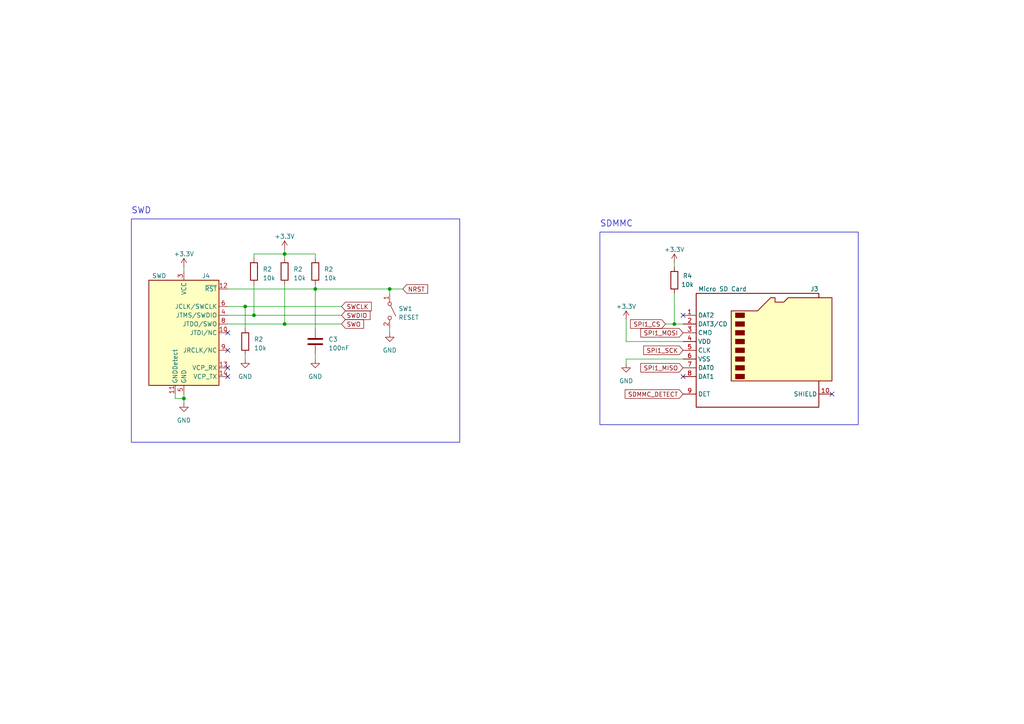
<source format=kicad_sch>
(kicad_sch (version 20230121) (generator eeschema)
  (paper "A4")
  (lib_symbols
    (symbol "Connector:Conn_ST_STDC14"
      (property "Reference" "J" (at -8.89 16.51 0))
      (property "Value" "Conn_ST_STDC14" (at 17.78 16.51 0))
      (symbol "Conn_ST_STDC14_0_1"
        (rectangle (start -10.16 15.24) (end 10.16 -15.24) (stroke (width 0.254)) (fill (type background)))
      )
      (symbol "Conn_ST_STDC14_1_1"
        (pin no_connect line (at -10.16 5.08 0) (length 2.54) hide (name "NC") (number "1"))
        (pin output line (at 12.7 0 180) (length 2.54) (name "JTDI/NC") (number "10"))
        (pin passive line (at -2.54 -17.78 90) (length 2.54) (name "GNDDetect") (number "11"))
        (pin open_collector line (at 12.7 12.7 180) (length 2.54) (name "~{RST}") (number "12"))
        (pin output line (at 12.7 -10.16 180) (length 2.54) (name "VCP_RX") (number "13"))
        (pin input line (at 12.7 -12.7 180) (length 2.54) (name "VCP_TX") (number "14"))
        (pin no_connect line (at -10.16 2.54 0) (length 2.54) hide (name "NC") (number "2"))
        (pin power_in line (at 0 17.78 270) (length 2.54) (name "VCC") (number "3"))
        (pin bidirectional line (at 12.7 5.08 180) (length 2.54) (name "JTMS/SWDIO") (number "4"))
        (pin power_in line (at 0 -17.78 90) (length 2.54) (name "GND") (number "5"))
        (pin output line (at 12.7 7.62 180) (length 2.54) (name "JCLK/SWCLK") (number "6"))
        (pin passive line (at 0 -17.78 90) (length 2.54) hide (name "GND") (number "7"))
        (pin input line (at 12.7 2.54 180) (length 2.54) (name "JTDO/SWO") (number "8"))
        (pin input line (at 12.7 -5.08 180) (length 2.54) (name "JRCLK/NC") (number "9"))
      )
    )
    (symbol "Connector:Micro_SD_Card_Det1"
      (property "Reference" "J" (at -16.51 17.78 0))
      (property "Value" "Micro_SD_Card_Det1" (at 16.51 17.78 0))
      (symbol "Micro_SD_Card_Det1_0_1"
        (rectangle (start -7.62 -6.985) (end -5.08 -8.255) (stroke (width 0.254)) (fill (type outline)))
        (rectangle (start -7.62 -4.445) (end -5.08 -5.715) (stroke (width 0.254)) (fill (type outline)))
        (rectangle (start -7.62 -1.905) (end -5.08 -3.175) (stroke (width 0.254)) (fill (type outline)))
        (rectangle (start -7.62 0.635) (end -5.08 -0.635) (stroke (width 0.254)) (fill (type outline)))
        (rectangle (start -7.62 3.175) (end -5.08 1.905) (stroke (width 0.254)) (fill (type outline)))
        (rectangle (start -7.62 5.715) (end -5.08 4.445) (stroke (width 0.254)) (fill (type outline)))
        (rectangle (start -7.62 8.255) (end -5.08 6.985) (stroke (width 0.254)) (fill (type outline)))
        (rectangle (start -7.62 10.795) (end -5.08 9.525) (stroke (width 0.254)) (fill (type outline)))
        (polyline (pts (xy 16.51 15.24) (xy 16.51 16.51) (xy -19.05 16.51) (xy -19.05 -16.51) (xy 16.51 -16.51) (xy 16.51 -8.89)) (stroke (width 0.254)))
        (polyline (pts (xy -8.89 -8.89) (xy -8.89 11.43) (xy -1.27 11.43) (xy 2.54 15.24) (xy 3.81 15.24) (xy 3.81 13.97) (xy 6.35 13.97) (xy 7.62 15.24) (xy 20.32 15.24) (xy 20.32 -8.89) (xy -8.89 -8.89)) (stroke (width 0.254)) (fill (type background)))
      )
      (symbol "Micro_SD_Card_Det1_1_1"
        (pin bidirectional line (at -22.86 10.16 0) (length 3.81) (name "DAT2") (number "1"))
        (pin passive line (at 20.32 -12.7 180) (length 3.81) (name "SHIELD") (number "10"))
        (pin bidirectional line (at -22.86 7.62 0) (length 3.81) (name "DAT3/CD") (number "2"))
        (pin input line (at -22.86 5.08 0) (length 3.81) (name "CMD") (number "3"))
        (pin power_in line (at -22.86 2.54 0) (length 3.81) (name "VDD") (number "4"))
        (pin input line (at -22.86 0 0) (length 3.81) (name "CLK") (number "5"))
        (pin power_in line (at -22.86 -2.54 0) (length 3.81) (name "VSS") (number "6"))
        (pin bidirectional line (at -22.86 -5.08 0) (length 3.81) (name "DAT0") (number "7"))
        (pin bidirectional line (at -22.86 -7.62 0) (length 3.81) (name "DAT1") (number "8"))
        (pin passive line (at -22.86 -12.7 0) (length 3.81) (name "DET") (number "9"))
      )
    )
    (symbol "Device:C" (pin_numbers hide) (pin_names (offset 0.254))
      (property "Reference" "C" (at 0.635 2.54 0))
      (property "Value" "C" (at 0.635 -2.54 0))
      (symbol "C_0_1"
        (polyline (pts (xy -2.032 -0.762) (xy 2.032 -0.762)) (stroke (width 0.508)))
        (polyline (pts (xy -2.032 0.762) (xy 2.032 0.762)) (stroke (width 0.508)))
      )
      (symbol "C_1_1"
        (pin passive line (at 0 3.81 270) (length 2.794) (name "~") (number "1"))
        (pin passive line (at 0 -3.81 90) (length 2.794) (name "~") (number "2"))
      )
    )
    (symbol "Device:R" (pin_numbers hide) (pin_names (offset 0))
      (property "Reference" "R" (at 2.032 0 90))
      (property "Value" "R" (at 0 0 90))
      (symbol "R_0_1"
        (rectangle (start -1.016 -2.54) (end 1.016 2.54) (stroke (width 0.254)))
      )
      (symbol "R_1_1"
        (pin passive line (at 0 3.81 270) (length 1.27) (name "~") (number "1"))
        (pin passive line (at 0 -3.81 90) (length 1.27) (name "~") (number "2"))
      )
    )
    (symbol "Switch:SW_SPST" (pin_names (offset 0) hide)
      (property "Reference" "SW" (at 0 3.175 0))
      (property "Value" "SW_SPST" (at 0 -2.54 0))
      (symbol "SW_SPST_0_0"
        (circle (center -2.032 0) (radius 0.508))
        (polyline (pts (xy -1.524 0.254) (xy 1.524 1.778)))
        (circle (center 2.032 0) (radius 0.508))
      )
      (symbol "SW_SPST_1_1"
        (pin passive line (at -5.08 0 0) (length 2.54) (name "A") (number "1"))
        (pin passive line (at 5.08 0 180) (length 2.54) (name "B") (number "2"))
      )
    )
    (symbol "power:+3.3V" (power) (pin_names (offset 0))
      (property "Value" "+3.3V" (at 0 3.556 0))
      (symbol "+3.3V_0_1"
        (polyline (pts (xy -0.762 1.27) (xy 0 2.54)))
        (polyline (pts (xy 0 0) (xy 0 2.54)))
        (polyline (pts (xy 0 2.54) (xy 0.762 1.27)))
      )
      (symbol "+3.3V_1_1"
        (pin power_in line (at 0 0 90) (length 0) hide (name "+3.3V") (number "1"))
      )
    )
    (symbol "power:GND" (power) (pin_names (offset 0))
      (property "Value" "GND" (at 0 -3.81 0))
      (symbol "GND_0_1"
        (polyline (pts (xy 0 0) (xy 0 -1.27) (xy 1.27 -1.27) (xy 0 -2.54) (xy -1.27 -1.27) (xy 0 -1.27)))
      )
      (symbol "GND_1_1"
        (pin power_in line (at 0 0 270) (length 0) hide (name "GND") (number "1"))
      )
    )
  )
  (junction (at 82.55 93.98))
  (junction (at 113.03 83.82))
  (junction (at 53.34 115.57))
  (junction (at 73.66 91.44))
  (junction (at 71.12 88.9))
  (junction (at 82.55 73.66))
  (junction (at 195.58 93.98))
  (junction (at 91.44 83.82))
  (no_connect (at 66.04 96.52))
  (no_connect (at 198.12 109.22))
  (no_connect (at 66.04 106.68))
  (no_connect (at 198.12 91.44))
  (no_connect (at 241.3 114.3))
  (no_connect (at 66.04 109.22))
  (no_connect (at 66.04 101.6))
  (wire (pts (xy 82.55 93.98) (xy 66.04 93.98)))
  (wire (pts (xy 73.66 73.66) (xy 82.55 73.66)))
  (wire (pts (xy 91.44 83.82) (xy 113.03 83.82)))
  (wire (pts (xy 181.61 104.14) (xy 181.61 105.41)))
  (wire (pts (xy 71.12 88.9) (xy 71.12 95.25)))
  (wire (pts (xy 50.8 115.57) (xy 53.34 115.57)))
  (wire (pts (xy 91.44 82.55) (xy 91.44 83.82)))
  (wire (pts (xy 195.58 85.09) (xy 195.58 93.98)))
  (wire (pts (xy 82.55 73.66) (xy 82.55 74.93)))
  (wire (pts (xy 73.66 73.66) (xy 73.66 74.93)))
  (wire (pts (xy 71.12 88.9) (xy 99.06 88.9)))
  (wire (pts (xy 91.44 83.82) (xy 91.44 95.25)))
  (wire (pts (xy 82.55 72.39) (xy 82.55 73.66)))
  (wire (pts (xy 53.34 115.57) (xy 53.34 116.84)))
  (wire (pts (xy 82.55 93.98) (xy 99.06 93.98)))
  (wire (pts (xy 53.34 77.47) (xy 53.34 78.74)))
  (wire (pts (xy 91.44 74.93) (xy 91.44 73.66)))
  (wire (pts (xy 66.04 88.9) (xy 71.12 88.9)))
  (wire (pts (xy 195.58 93.98) (xy 198.12 93.98)))
  (wire (pts (xy 195.58 76.2) (xy 195.58 77.47)))
  (wire (pts (xy 73.66 91.44) (xy 66.04 91.44)))
  (wire (pts (xy 73.66 91.44) (xy 99.06 91.44)))
  (wire (pts (xy 181.61 99.06) (xy 198.12 99.06)))
  (wire (pts (xy 198.12 104.14) (xy 181.61 104.14)))
  (wire (pts (xy 66.04 83.82) (xy 91.44 83.82)))
  (wire (pts (xy 113.03 83.82) (xy 116.84 83.82)))
  (wire (pts (xy 113.03 95.25) (xy 113.03 96.52)))
  (wire (pts (xy 82.55 82.55) (xy 82.55 93.98)))
  (wire (pts (xy 91.44 102.87) (xy 91.44 104.14)))
  (wire (pts (xy 73.66 82.55) (xy 73.66 91.44)))
  (wire (pts (xy 193.04 93.98) (xy 195.58 93.98)))
  (wire (pts (xy 71.12 102.87) (xy 71.12 104.14)))
  (wire (pts (xy 181.61 92.71) (xy 181.61 99.06)))
  (wire (pts (xy 50.8 114.3) (xy 50.8 115.57)))
  (wire (pts (xy 53.34 114.3) (xy 53.34 115.57)))
  (wire (pts (xy 91.44 73.66) (xy 82.55 73.66)))
  (wire (pts (xy 113.03 83.82) (xy 113.03 85.09)))
  (rectangle (start 173.99 67.31) (end 248.92 123.19))
  (rectangle (start 38.1 63.5) (end 133.35 128.27))
  (text "SWD" (at 38.1 62.23 0) (effects (font (size 1.8 1.8)) (justify left bottom)))
  (text "SDMMC" (at 173.99 66.04 0) (effects (font (size 1.8 1.8)) (justify left bottom)))
  (global_label "SPI1_MOSI" (shape input) (at 198.12 96.52 180) (property "Intersheetrefs" "${INTERSHEET_REFS}" (effects hide)))
  (global_label "SPI1_CS" (shape input) (at 193.04 93.98 180) (property "Intersheetrefs" "${INTERSHEET_REFS}" (effects hide)))
  (global_label "SPI1_SCK" (shape input) (at 198.12 101.6 180) (property "Intersheetrefs" "${INTERSHEET_REFS}" (effects hide)))
  (global_label "SDMMC_DETECT" (shape input) (at 198.12 114.3 180) (property "Intersheetrefs" "${INTERSHEET_REFS}" (effects hide)))
  (global_label "SWCLK" (shape input) (at 99.06 88.9 0) (property "Intersheetrefs" "${INTERSHEET_REFS}" (effects hide)))
  (global_label "SWDIO" (shape input) (at 99.06 91.44 0) (property "Intersheetrefs" "${INTERSHEET_REFS}" (effects hide)))
  (global_label "SPI1_MISO" (shape input) (at 198.12 106.68 180) (property "Intersheetrefs" "${INTERSHEET_REFS}" (effects hide)))
  (global_label "SWO" (shape input) (at 99.06 93.98 0) (property "Intersheetrefs" "${INTERSHEET_REFS}" (effects hide)))
  (global_label "NRST" (shape input) (at 116.84 83.82 0) (property "Intersheetrefs" "${INTERSHEET_REFS}" (effects hide)))
  (symbol (lib_id "power:+3.3V") (at 82.55 72.39 0) (unit 1)
    (property "Reference" "#PWR012" (effects hide))
    (property "Value" "+3.3V" (at 82.55 68.58 0))
    (instances (project "schematics" (path "" (reference "#PWR012") (unit 1)) (path "" (reference "#PWR019") (unit 1))))
  )
  (symbol (lib_id "power:GND") (at 91.44 104.14 0) (unit 1)
    (property "Reference" "#PWR013" (effects hide))
    (property "Value" "GND" (at 91.44 109.22 0))
    (instances (project "schematics" (path "" (reference "#PWR013") (unit 1)) (path "" (reference "#PWR020") (unit 1))))
  )
  (symbol (lib_id "Device:R") (at 82.55 78.74 0) (unit 1)
    (property "Reference" "R2" (at 85.09 78.105 0) (effects (justify left)))
    (property "Value" "10k" (at 85.09 80.645 0) (effects (justify left)))
    (property "Footprint" "Resistor_SMD:R_0603_1608Metric" (effects hide))
    (instances (project "schematics" (path "" (reference "R2") (unit 1)) (path "" (reference "R9") (unit 1))))
  )
  (symbol (lib_id "Connector:Micro_SD_Card_Det1") (at 220.98 101.6 0) (unit 1)
    (property "Reference" "J3" (at 236.22 83.82 0))
    (property "Value" "Micro SD Card" (at 209.55 83.82 0))
    (property "Footprint" "Custom:Micro_SD_Card_Det1" (effects hide))
    (property "Datasheet" "https://datasheet.lcsc.com/lcsc/2110151630_XKB-Connectivity-XKTF-015-N_C381082.pdf" (effects hide))
  )
  (symbol (lib_id "power:+3.3V") (at 195.58 76.2 0) (unit 1)
    (property "Reference" "#PWR020" (effects hide))
    (property "Value" "+3.3V" (at 195.58 72.39 0))
    (instances (project "schematics" (path "" (reference "#PWR020") (unit 1)) (path "" (reference "#PWR024") (unit 1))))
  )
  (symbol (lib_id "power:+3.3V") (at 53.34 77.47 0) (unit 1)
    (property "Reference" "#PWR012" (effects hide))
    (property "Value" "+3.3V" (at 53.34 73.66 0))
    (instances (project "schematics" (path "" (reference "#PWR012") (unit 1)) (path "" (reference "#PWR016") (unit 1))))
  )
  (symbol (lib_id "Device:R") (at 71.12 99.06 0) (unit 1)
    (property "Reference" "R2" (at 73.66 98.425 0) (effects (justify left)))
    (property "Value" "10k" (at 73.66 100.965 0) (effects (justify left)))
    (property "Footprint" "Resistor_SMD:R_0603_1608Metric" (effects hide))
    (instances (project "schematics" (path "" (reference "R2") (unit 1)) (path "" (reference "R7") (unit 1))))
  )
  (symbol (lib_id "Connector:Conn_ST_STDC14") (at 53.34 96.52 0) (unit 1)
    (property "Reference" "J4" (at 60.96 80.01 0) (effects (justify right)))
    (property "Value" "SWD" (at 48.26 80.01 0) (effects (justify right)))
    (property "Footprint" "Connector_PinHeader_1.27mm:PinHeader_2x07_P1.27mm_Vertical_SMD" (effects hide))
    (property "Datasheet" "https://www.st.com/content/ccc/resource/technical/document/user_manual/group1/99/49/91/b6/b2/3a/46/e5/DM00526767/files/DM00526767.pdf/jcr:content/translations/en.DM00526767.pdf" (effects hide))
    (instances (project "schematics" (path "" (reference "J4") (unit 1)) (path "" (reference "J2") (unit 1))))
  )
  (symbol (lib_id "power:GND") (at 113.03 96.52 0) (unit 1)
    (property "Reference" "#PWR013" (effects hide))
    (property "Value" "GND" (at 113.03 101.6 0))
    (instances (project "schematics" (path "" (reference "#PWR013") (unit 1)) (path "" (reference "#PWR021") (unit 1))))
  )
  (symbol (lib_id "power:GND") (at 53.34 116.84 0) (unit 1)
    (property "Reference" "#PWR013" (effects hide))
    (property "Value" "GND" (at 53.34 121.92 0))
    (instances (project "schematics" (path "" (reference "#PWR013") (unit 1)) (path "" (reference "#PWR017") (unit 1))))
  )
  (symbol (lib_id "Switch:SW_SPST") (at 113.03 90.17 270) (unit 1)
    (property "Reference" "SW1" (at 115.57 89.535 90) (effects (justify left)))
    (property "Value" "RESET" (at 115.57 92.075 90) (effects (justify left)))
    (property "Footprint" "Button_Switch_THT:SW_PUSH_6mm_H4.3mm" (effects hide))
  )
  (symbol (lib_id "power:GND") (at 71.12 104.14 0) (unit 1)
    (property "Reference" "#PWR013" (effects hide))
    (property "Value" "GND" (at 71.12 109.22 0))
    (instances (project "schematics" (path "" (reference "#PWR013") (unit 1)) (path "" (reference "#PWR018") (unit 1))))
  )
  (symbol (lib_id "Device:R") (at 91.44 78.74 0) (unit 1)
    (property "Reference" "R2" (at 93.98 78.105 0) (effects (justify left)))
    (property "Value" "10k" (at 93.98 80.645 0) (effects (justify left)))
    (property "Footprint" "Resistor_SMD:R_0603_1608Metric" (effects hide))
    (instances (project "schematics" (path "" (reference "R2") (unit 1)) (path "" (reference "R10") (unit 1))))
  )
  (symbol (lib_id "power:+3.3V") (at 181.61 92.71 0) (unit 1)
    (property "Reference" "#PWR018" (effects hide))
    (property "Value" "+3.3V" (at 181.61 88.9 0))
    (instances (project "schematics" (path "" (reference "#PWR018") (unit 1)) (path "" (reference "#PWR022") (unit 1))))
  )
  (symbol (lib_id "Device:C") (at 91.44 99.06 0) (unit 1)
    (property "Reference" "C3" (at 95.25 98.425 0) (effects (justify left)))
    (property "Value" "100nF" (at 95.25 100.965 0) (effects (justify left)))
    (property "Footprint" "Capacitor_SMD:C_0603_1608Metric" (effects hide))
    (instances (project "schematics" (path "" (reference "C3") (unit 1)) (path "" (reference "C12") (unit 1))))
  )
  (symbol (lib_id "Device:R") (at 195.58 81.28 180) (unit 1)
    (property "Reference" "R4" (at 199.39 80.01 0))
    (property "Value" "10k" (at 199.39 82.55 0))
    (property "Footprint" "Resistor_SMD:R_0603_1608Metric" (effects hide))
    (instances (project "schematics" (path "" (reference "R4") (unit 1)) (path "" (reference "R11") (unit 1))))
  )
  (symbol (lib_id "Device:R") (at 73.66 78.74 0) (unit 1)
    (property "Reference" "R2" (at 76.2 78.105 0) (effects (justify left)))
    (property "Value" "10k" (at 76.2 80.645 0) (effects (justify left)))
    (property "Footprint" "Resistor_SMD:R_0603_1608Metric" (effects hide))
    (instances (project "schematics" (path "" (reference "R2") (unit 1)) (path "" (reference "R8") (unit 1))))
  )
  (symbol (lib_id "power:GND") (at 181.61 105.41 0) (unit 1)
    (property "Reference" "#PWR019" (effects hide))
    (property "Value" "GND" (at 181.61 110.49 0))
    (instances (project "schematics" (path "" (reference "#PWR019") (unit 1)) (path "" (reference "#PWR023") (unit 1))))
  )
)
</source>
